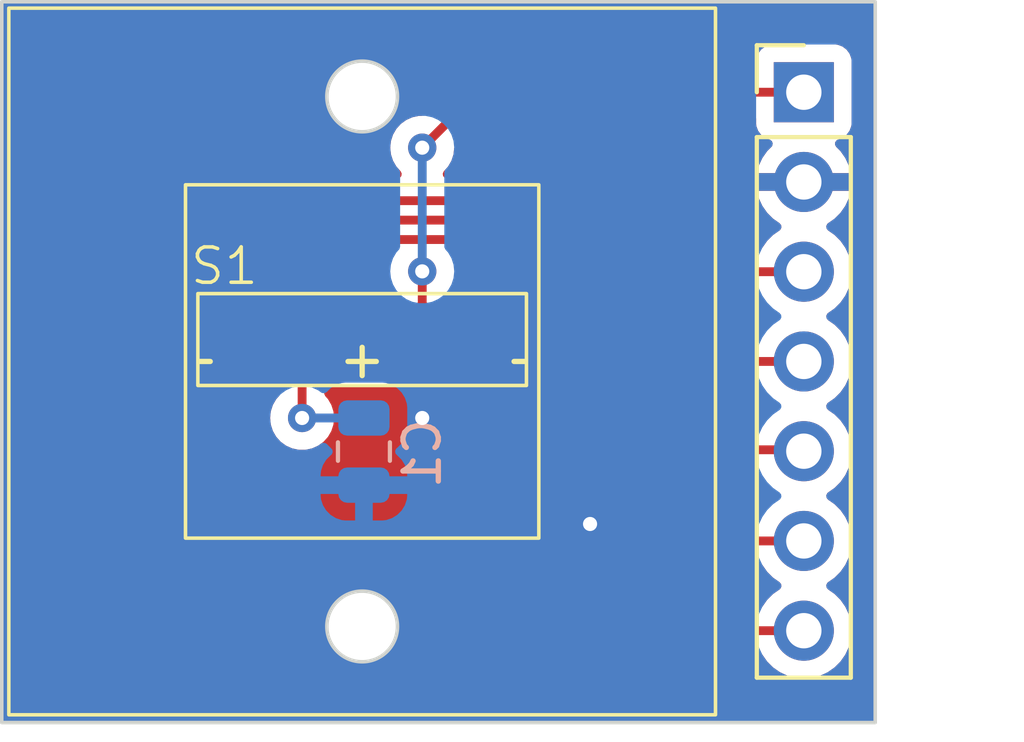
<source format=kicad_pcb>
(kicad_pcb (version 20231007) (generator pcbnew)
  (layers (0 "F.Cu" signal) (31 "B.Cu" signal) (34 "B.Paste" user) (35 "F.Paste" user) (36 "B.SilkS" user "B.Silkscreen") (37 "F.SilkS" user "F.Silkscreen") (38 "B.Mask" user) (39 "F.Mask" user) (44 "Edge.Cuts" user))
  (net 0 "")
  (net 1 "/CLK")
  (net 2 "/Video")
  (net 3 "/EOS")
  (net 4 "/ST")
  (net 5 "/Trig")
  (net 6 "Net-(S1-Vcp)")
  (net 7 "+3.3V")
  (net 8 "GND")
  (footprint "Connector_PinHeader_2.54mm:PinHeader_1x07_P2.54mm_Vertical" (layer "F.Cu") (at 58.5 50.88)
    (property "Reference" "J1" hide)
    (property "Value" "Conn_01x07_Pin")
    (fp_line (start -1.33 -1.33) (end 0 -1.33) (stroke (width 0.12)) (layer "F.SilkS"))
    (fp_line (start -1.33 0) (end -1.33 -1.33) (stroke (width 0.12)) (layer "F.SilkS"))
    (fp_line (start -1.33 1.27) (end -1.33 16.57) (stroke (width 0.12)) (layer "F.SilkS"))
    (fp_line (start -1.33 1.27) (end 1.33 1.27) (stroke (width 0.12)) (layer "F.SilkS"))
    (fp_line (start -1.33 16.57) (end 1.33 16.57) (stroke (width 0.12)) (layer "F.SilkS"))
    (fp_line (start 1.33 1.27) (end 1.33 16.57) (stroke (width 0.12)) (layer "F.SilkS"))
    (pad "1" thru_hole rect (at 0 0) (size 1.7 1.7) (drill 1) (layers "*.Cu" "*.Mask") (net 7 "+3.3V"))
    (pad "2" thru_hole oval (at 0 2.54) (size 1.7 1.7) (drill 1) (layers "*.Cu" "*.Mask") (net 8 "GND"))
    (pad "3" thru_hole oval (at 0 5.08) (size 1.7 1.7) (drill 1) (layers "*.Cu" "*.Mask") (net 1 "/CLK"))
    (pad "4" thru_hole oval (at 0 7.62) (size 1.7 1.7) (drill 1) (layers "*.Cu" "*.Mask") (net 4 "/ST"))
    (pad "5" thru_hole oval (at 0 10.16) (size 1.7 1.7) (drill 1) (layers "*.Cu" "*.Mask") (net 5 "/Trig"))
    (pad "6" thru_hole oval (at 0 12.7) (size 1.7 1.7) (drill 1) (layers "*.Cu" "*.Mask") (net 3 "/EOS"))
    (pad "7" thru_hole oval (at 0 15.24) (size 1.7 1.7) (drill 1) (layers "*.Cu" "*.Mask") (net 2 "/Video"))
  )
  (footprint "FWS:s13131-1536" (layer "F.Cu") (at 46 57.88)
    (property "Reference" "S1" (at -3.9 -2.08 0 unlocked) (layer "F.SilkS") (effects (font (thickness 0.1))))
    (property "Value" "~" hide)
    (fp_rect (start -4.65 -1.3) (end 4.65 1.3) (stroke (width 0.1)) (fill none) (layer "F.SilkS"))
    (pad "1" smd circle (at -3.6 0.72) (size 0.7 0.7) (layers "F.Cu" "F.Paste" "F.Mask") (net 1 "/CLK"))
    (pad "2" smd circle (at -1.7 0.72) (size 0.7 0.7) (layers "F.Cu" "F.Paste" "F.Mask") (net 6 "Net-(S1-Vcp)"))
    (pad "3" smd circle (at 1.7 0.72) (size 0.7 0.7) (layers "F.Cu" "F.Paste" "F.Mask") (net 8 "GND"))
    (pad "4" smd circle (at 3.6 0.72) (size 0.7 0.7) (layers "F.Cu" "F.Paste" "F.Mask") (net 2 "/Video"))
    (pad "5" smd circle (at 3.6 -0.72) (size 0.7 0.7) (layers "F.Cu" "F.Paste" "F.Mask") (net 3 "/EOS"))
    (pad "6" smd circle (at 1.7 -0.72) (size 0.7 0.7) (layers "F.Cu" "F.Paste" "F.Mask") (net 7 "+3.3V"))
    (pad "7" smd circle (at -1.7 -0.72) (size 0.7 0.7) (layers "F.Cu" "F.Paste" "F.Mask") (net 5 "/Trig"))
    (pad "8" smd circle (at -3.6 -0.72) (size 0.7 0.7) (layers "F.Cu" "F.Paste" "F.Mask") (net 4 "/ST"))
    (zone (net 0) (net_name "") (layer "F.Cu") (connect_pads (clearance 0)) (min_thickness 0.25)
      (keepout (tracks allowed) (vias allowed) (pads allowed) (copperpour not_allowed) (footprints allowed))
      (fill (thermal_gap 0.5) (thermal_bridge_width 0.5))
      (polygon (pts (xy 41.35 56.58) (xy 41.35 59.18) (xy 50.65 59.18) (xy 50.65 56.58)))
    )
  )
  (footprint "Capacitor_SMD:C_0805_2012Metric" (layer "B.Cu") (at 46.05 61.05 -90)
    (property "Reference" "C1" (at 0.05 -1.65 90) (layer "B.SilkS") (effects (justify mirror)))
    (property "Value" "1uF")
    (fp_line (start 0.261252 0.735) (end -0.261252 0.735) (stroke (width 0.12)) (layer "B.SilkS"))
    (fp_line (start 0.261252 -0.735) (end -0.261252 -0.735) (stroke (width 0.12)) (layer "B.SilkS"))
    (pad "1" smd roundrect (at -0.95 0 270) (size 1 1.45) (layers "B.Cu" "B.Paste" "B.Mask") (net 6 "Net-(S1-Vcp)"))
    (pad "2" smd roundrect (at 0.95 0 270) (size 1 1.45) (layers "B.Cu" "B.Paste" "B.Mask") (net 8 "GND"))
  )
  (gr_rect (start 36 48.5) (end 56 68.5) (stroke (width 0.1)) (fill none) (layer "F.SilkS"))
  (gr_rect (start 41 53.5) (end 51 63.5) (stroke (width 0.1)) (fill none) (layer "F.SilkS"))
  (gr_line (start 46 58.1) (end 46 58.9) (stroke (width 0.15)) (layer "F.SilkS"))
  (gr_line (start 45.6 58.5) (end 46.4 58.5) (stroke (width 0.15)) (layer "F.SilkS"))
  (gr_line (start 41.4 58.5) (end 41.7 58.5) (stroke (width 0.15)) (layer "F.SilkS"))
  (gr_line (start 50.6 58.5) (end 50.3 58.5) (stroke (width 0.15)) (layer "F.SilkS"))
  (gr_rect (start 35.8 48.32) (end 60.52 68.72) (stroke (width 0.1)) (fill none) (layer "Edge.Cuts"))
  (gr_circle (center 46 51) (end 47 51) (stroke (width 0.1)) (fill none) (layer "Edge.Cuts"))
  (gr_circle (center 46 66) (end 47 66) (stroke (width 0.1)) (fill none) (layer "Edge.Cuts"))
  (segment (start 41.35 58.6) (end 41.35 53.95) (width 0.25) (layer "F.Cu") (net 1))
  (segment (start 53.5 53.95) (end 55.51 55.96) (width 0.25) (layer "F.Cu") (net 1))
  (segment (start 41.35 53.95) (end 53.5 53.95) (width 0.25) (layer "F.Cu") (net 1))
  (segment (start 55.51 55.96) (end 58.5 55.96) (width 0.25) (layer "F.Cu") (net 1))
  (segment (start 42.4 58.6) (end 41.35 58.6) (width 0.25) (layer "F.Cu") (net 1))
  (segment (start 50.92 66.12) (end 58.5 66.12) (width 0.25) (layer "F.Cu") (net 2))
  (segment (start 49.6 64.8) (end 50.92 66.12) (width 0.25) (layer "F.Cu") (net 2))
  (segment (start 49.6 58.6) (end 49.6 64.8) (width 0.25) (layer "F.Cu") (net 2))
  (segment (start 52.16 57.16) (end 55.55 60.55) (width 0.25) (layer "F.Cu") (net 3))
  (segment (start 55.55 60.55) (end 55.55 63.15) (width 0.25) (layer "F.Cu") (net 3))
  (segment (start 55.55 63.15) (end 55.98 63.58) (width 0.25) (layer "F.Cu") (net 3))
  (segment (start 55.98 63.58) (end 58.5 63.58) (width 0.25) (layer "F.Cu") (net 3))
  (segment (start 49.6 57.16) (end 52.16 57.16) (width 0.25) (layer "F.Cu") (net 3))
  (segment (start 42.4 54.5) (end 51.6 54.5) (width 0.25) (layer "F.Cu") (net 4))
  (segment (start 42.4 57.16) (end 42.4 54.5) (width 0.25) (layer "F.Cu") (net 4))
  (segment (start 51.6 54.5) (end 55.6 58.5) (width 0.25) (layer "F.Cu") (net 4))
  (segment (start 55.6 58.5) (end 58.5 58.5) (width 0.25) (layer "F.Cu") (net 4))
  (segment (start 58.5 61.04) (end 58.46 61) (width 0.25) (layer "F.Cu") (net 5))
  (segment (start 58.46 61) (end 57 61) (width 0.25) (layer "F.Cu") (net 5))
  (segment (start 57 61) (end 51.05 55.05) (width 0.25) (layer "F.Cu") (net 5))
  (segment (start 44.3 55.05) (end 44.3 57.16) (width 0.25) (layer "F.Cu") (net 5))
  (segment (start 51.05 55.05) (end 44.3 55.05) (width 0.25) (layer "F.Cu") (net 5))
  (segment (start 44.3 58.6) (end 44.3 60.1) (width 0.25) (layer "F.Cu") (net 6))
  (via (at 44.3 60.1) (size 0.8) (drill 0.4) (layers "F.Cu" "B.Cu") (net 6))
  (segment (start 44.3 60.1) (end 46.05 60.1) (width 0.25) (layer "B.Cu") (net 6))
  (segment (start 49.27 50.88) (end 58.5 50.88) (width 0.25) (layer "F.Cu") (net 7))
  (segment (start 47.7 52.45) (end 49.27 50.88) (width 0.25) (layer "F.Cu") (net 7))
  (segment (start 47.7 55.95) (end 47.7 57.16) (width 0.25) (layer "F.Cu") (net 7))
  (via (at 47.7 52.45) (size 0.8) (drill 0.4) (layers "F.Cu" "B.Cu") (net 7))
  (via (at 47.7 55.95) (size 0.8) (drill 0.4) (layers "F.Cu" "B.Cu") (net 7))
  (segment (start 47.7 52.45) (end 47.7 55.95) (width 0.25) (layer "B.Cu") (net 7))
  (segment (start 47.7 58.6) (end 47.7 60.1) (width 0.25) (layer "F.Cu") (net 8))
  (via (at 52.45 63.1) (size 0.8) (drill 0.4) (layers "F.Cu" "B.Cu") (net 8))
  (via (at 47.7 60.1) (size 0.8) (drill 0.4) (layers "F.Cu" "B.Cu") (net 8))
  (zone (net 8) (net_name "GND") (layer "F.Cu") (priority 1) (connect_pads (clearance 0.5)) (min_thickness 0.25) (fill yes (thermal_gap 0.5) (thermal_bridge_width 0.5))
    (polygon (pts (xy 35.8 48.3) (xy 35.8 68.7) (xy 60.55 68.7) (xy 60.55 48.3)))
  )
  (zone (net 8) (net_name "GND") (layer "B.Cu") (connect_pads (clearance 0.5)) (min_thickness 0.25) (fill yes (thermal_gap 0.5) (thermal_bridge_width 0.5))
    (polygon (pts (xy 35.8 48.3) (xy 35.8 68.7) (xy 60.55 68.7) (xy 60.5 48.3)))
  )
)
</source>
